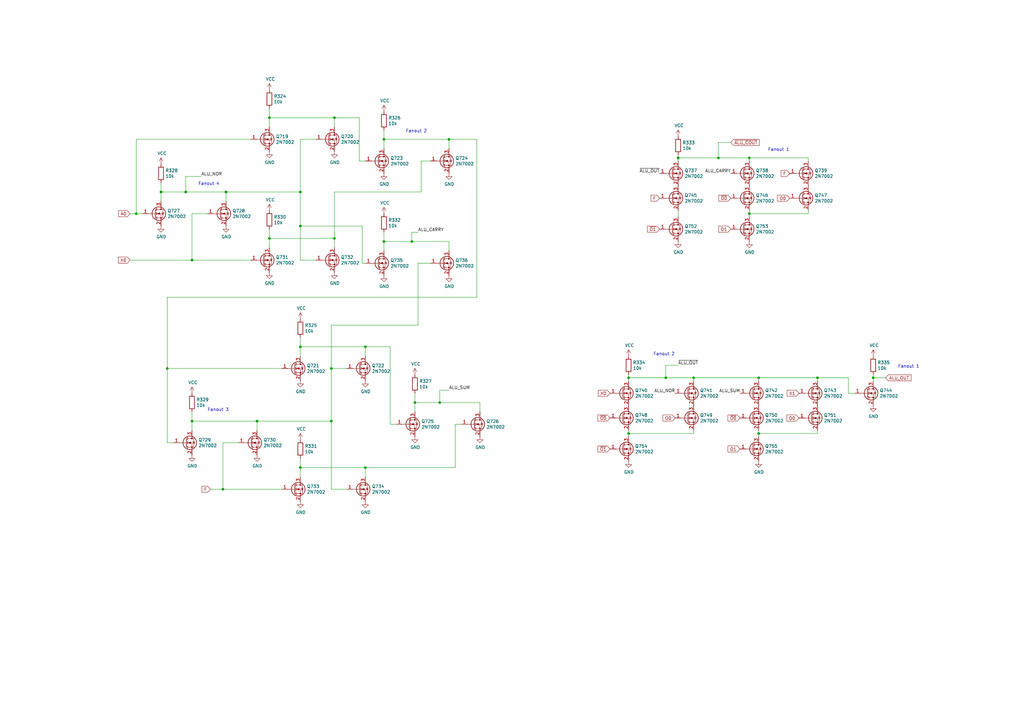
<source format=kicad_sch>
(kicad_sch (version 20230121) (generator eeschema)
  (paper "A3")
  (title_block (title "Q2 Computer") (date "2022-04-16") (rev "4c") (company "joewing.net"))
  (lib_symbols
    (symbol "Device:R" (pin_numbers hide) (pin_names (offset 0))
      (property "Reference" "R" (at 2.032 0 90))
      (property "Value" "R" (at 0 0 90))
      (symbol "R_0_1"
        (rectangle (start -1.016 -2.54) (end 1.016 2.54) (stroke (width 0.254)))
      )
      (symbol "R_1_1"
        (pin passive line (at 0 3.81 270) (length 1.27) (name "~") (number "1"))
        (pin passive line (at 0 -3.81 90) (length 1.27) (name "~") (number "2"))
      )
    )
    (symbol "Transistor_FET:2N7002" (pin_names hide)
      (property "Reference" "Q" (at 5.08 1.905 0))
      (property "Value" "2N7002" (at 5.08 0 0))
      (symbol "2N7002_0_1"
        (polyline (pts (xy 0.254 0) (xy -2.54 0)))
        (polyline (pts (xy 0.254 1.905) (xy 0.254 -1.905)) (stroke (width 0.254)))
        (polyline (pts (xy 0.762 -1.27) (xy 0.762 -2.286)) (stroke (width 0.254)))
        (polyline (pts (xy 0.762 0.508) (xy 0.762 -0.508)) (stroke (width 0.254)))
        (polyline (pts (xy 0.762 2.286) (xy 0.762 1.27)) (stroke (width 0.254)))
        (polyline (pts (xy 2.54 2.54) (xy 2.54 1.778)))
        (polyline (pts (xy 2.54 -2.54) (xy 2.54 0) (xy 0.762 0)))
        (polyline (pts (xy 0.762 -1.778) (xy 3.302 -1.778) (xy 3.302 1.778) (xy 0.762 1.778)))
        (polyline (pts (xy 1.016 0) (xy 2.032 0.381) (xy 2.032 -0.381) (xy 1.016 0)) (fill (type outline)))
        (polyline (pts (xy 2.794 0.508) (xy 2.921 0.381) (xy 3.683 0.381) (xy 3.81 0.254)))
        (polyline (pts (xy 3.302 0.381) (xy 2.921 -0.254) (xy 3.683 -0.254) (xy 3.302 0.381)))
        (circle (center 1.651 0) (radius 2.794) (stroke (width 0.254)))
        (circle (center 2.54 -1.778) (radius 0.254) (fill (type outline)))
        (circle (center 2.54 1.778) (radius 0.254) (fill (type outline)))
      )
      (symbol "2N7002_1_1"
        (pin input line (at -5.08 0 0) (length 2.54) (name "G") (number "1"))
        (pin passive line (at 2.54 -5.08 90) (length 2.54) (name "S") (number "2"))
        (pin passive line (at 2.54 5.08 270) (length 2.54) (name "D") (number "3"))
      )
    )
    (symbol "power:GND" (power) (pin_names (offset 0))
      (property "Value" "GND" (at 0 -3.81 0))
      (symbol "GND_0_1"
        (polyline (pts (xy 0 0) (xy 0 -1.27) (xy 1.27 -1.27) (xy 0 -2.54) (xy -1.27 -1.27) (xy 0 -1.27)))
      )
      (symbol "GND_1_1"
        (pin power_in line (at 0 0 270) (length 0) hide (name "GND") (number "1"))
      )
    )
    (symbol "power:VCC" (power) (pin_names (offset 0))
      (property "Value" "VCC" (at 0 3.81 0))
      (symbol "VCC_0_1"
        (polyline (pts (xy -0.762 1.27) (xy 0 2.54)))
        (polyline (pts (xy 0 0) (xy 0 2.54)))
        (polyline (pts (xy 0 2.54) (xy 0.762 1.27)))
      )
      (symbol "VCC_1_1"
        (pin power_in line (at 0 0 90) (length 0) hide (name "VCC") (number "1"))
      )
    )
  )
  (junction (at 149.86 142.24))
  (junction (at 135.89 172.72))
  (junction (at 68.58 151.13))
  (junction (at 311.15 154.94))
  (junction (at 149.86 191.77))
  (junction (at 66.04 78.74))
  (junction (at 257.81 177.8))
  (junction (at 110.49 48.26))
  (junction (at 157.48 57.15))
  (junction (at 168.91 99.06))
  (junction (at 294.64 64.77))
  (junction (at 307.34 87.63))
  (junction (at 358.14 154.94))
  (junction (at 78.74 172.72))
  (junction (at 157.48 99.06))
  (junction (at 307.34 64.77))
  (junction (at 105.41 172.72))
  (junction (at 92.71 78.74))
  (junction (at 76.2 78.74))
  (junction (at 123.19 142.24))
  (junction (at 123.19 92.71))
  (junction (at 273.05 154.94))
  (junction (at 135.89 151.13))
  (junction (at 137.16 48.26))
  (junction (at 170.18 165.1))
  (junction (at 184.15 57.15))
  (junction (at 91.44 200.66))
  (junction (at 78.74 106.68))
  (junction (at 123.19 78.74))
  (junction (at 278.13 64.77))
  (junction (at 123.19 191.77))
  (junction (at 284.48 154.94))
  (junction (at 257.81 154.94))
  (junction (at 311.15 177.8))
  (junction (at 180.34 165.1))
  (junction (at 335.28 154.94))
  (junction (at 55.88 87.63))
  (junction (at 110.49 97.79))
  (junction (at 137.16 97.79))
  (wire (pts (xy 110.49 52.07) (xy 110.49 48.26)))
  (wire (pts (xy 55.88 87.63) (xy 58.42 87.63)))
  (wire (pts (xy 123.19 92.71) (xy 123.19 106.68)))
  (wire (pts (xy 68.58 121.92) (xy 195.58 121.92)))
  (wire (pts (xy 78.74 87.63) (xy 85.09 87.63)))
  (wire (pts (xy 78.74 176.53) (xy 78.74 172.72)))
  (wire (pts (xy 311.15 177.8) (xy 335.28 177.8)))
  (wire (pts (xy 294.64 64.77) (xy 307.34 64.77)))
  (wire (pts (xy 278.13 64.77) (xy 278.13 66.04)))
  (wire (pts (xy 331.47 87.63) (xy 331.47 86.36)))
  (wire (pts (xy 311.15 154.94) (xy 311.15 156.21)))
  (wire (pts (xy 168.91 95.25) (xy 168.91 99.06)))
  (wire (pts (xy 184.15 57.15) (xy 184.15 60.96)))
  (wire (pts (xy 135.89 151.13) (xy 135.89 172.72)))
  (wire (pts (xy 294.64 58.42) (xy 294.64 64.77)))
  (wire (pts (xy 170.18 161.29) (xy 170.18 165.1)))
  (wire (pts (xy 78.74 168.91) (xy 78.74 172.72)))
  (wire (pts (xy 123.19 187.96) (xy 123.19 191.77)))
  (wire (pts (xy 53.34 87.63) (xy 55.88 87.63)))
  (wire (pts (xy 299.72 58.42) (xy 294.64 58.42)))
  (wire (pts (xy 160.02 173.99) (xy 162.56 173.99)))
  (wire (pts (xy 335.28 177.8) (xy 335.28 176.53)))
  (wire (pts (xy 273.05 149.86) (xy 273.05 154.94)))
  (wire (pts (xy 123.19 142.24) (xy 149.86 142.24)))
  (wire (pts (xy 78.74 87.63) (xy 78.74 106.68)))
  (wire (pts (xy 91.44 200.66) (xy 115.57 200.66)))
  (wire (pts (xy 147.32 66.04) (xy 149.86 66.04)))
  (wire (pts (xy 137.16 97.79) (xy 137.16 101.6)))
  (wire (pts (xy 257.81 154.94) (xy 257.81 156.21)))
  (wire (pts (xy 335.28 154.94) (xy 335.28 156.21)))
  (wire (pts (xy 68.58 151.13) (xy 68.58 181.61)))
  (wire (pts (xy 66.04 74.93) (xy 66.04 78.74)))
  (wire (pts (xy 86.36 200.66) (xy 91.44 200.66)))
  (wire (pts (xy 284.48 177.8) (xy 284.48 176.53)))
  (wire (pts (xy 135.89 200.66) (xy 142.24 200.66)))
  (wire (pts (xy 123.19 195.58) (xy 123.19 191.77)))
  (wire (pts (xy 123.19 57.15) (xy 123.19 78.74)))
  (wire (pts (xy 157.48 95.25) (xy 157.48 99.06)))
  (wire (pts (xy 347.98 161.29) (xy 350.52 161.29)))
  (wire (pts (xy 105.41 172.72) (xy 105.41 176.53)))
  (wire (pts (xy 137.16 78.74) (xy 137.16 97.79)))
  (wire (pts (xy 347.98 154.94) (xy 347.98 161.29)))
  (wire (pts (xy 257.81 153.67) (xy 257.81 154.94)))
  (wire (pts (xy 110.49 44.45) (xy 110.49 48.26)))
  (wire (pts (xy 66.04 82.55) (xy 66.04 78.74)))
  (wire (pts (xy 137.16 48.26) (xy 137.16 52.07)))
  (wire (pts (xy 123.19 57.15) (xy 129.54 57.15)))
  (wire (pts (xy 55.88 57.15) (xy 55.88 87.63)))
  (wire (pts (xy 157.48 57.15) (xy 184.15 57.15)))
  (wire (pts (xy 186.69 173.99) (xy 186.69 191.77)))
  (wire (pts (xy 186.69 173.99) (xy 189.23 173.99)))
  (wire (pts (xy 331.47 64.77) (xy 331.47 66.04)))
  (wire (pts (xy 196.85 165.1) (xy 196.85 168.91)))
  (wire (pts (xy 91.44 181.61) (xy 91.44 200.66)))
  (wire (pts (xy 311.15 177.8) (xy 311.15 179.07)))
  (wire (pts (xy 123.19 78.74) (xy 123.19 92.71)))
  (wire (pts (xy 110.49 93.98) (xy 110.49 97.79)))
  (wire (pts (xy 135.89 133.35) (xy 171.45 133.35)))
  (wire (pts (xy 123.19 138.43) (xy 123.19 142.24)))
  (wire (pts (xy 149.86 191.77) (xy 186.69 191.77)))
  (wire (pts (xy 160.02 173.99) (xy 160.02 142.24)))
  (wire (pts (xy 92.71 78.74) (xy 123.19 78.74)))
  (wire (pts (xy 184.15 57.15) (xy 195.58 57.15)))
  (wire (pts (xy 311.15 176.53) (xy 311.15 177.8)))
  (wire (pts (xy 284.48 154.94) (xy 311.15 154.94)))
  (wire (pts (xy 157.48 99.06) (xy 168.91 99.06)))
  (wire (pts (xy 358.14 153.67) (xy 358.14 154.94)))
  (wire (pts (xy 68.58 151.13) (xy 115.57 151.13)))
  (wire (pts (xy 184.15 99.06) (xy 184.15 102.87)))
  (wire (pts (xy 149.86 191.77) (xy 149.86 195.58)))
  (wire (pts (xy 278.13 64.77) (xy 294.64 64.77)))
  (wire (pts (xy 358.14 154.94) (xy 358.14 156.21)))
  (wire (pts (xy 278.13 63.5) (xy 278.13 64.77)))
  (wire (pts (xy 123.19 191.77) (xy 149.86 191.77)))
  (wire (pts (xy 170.18 165.1) (xy 180.34 165.1)))
  (wire (pts (xy 78.74 106.68) (xy 102.87 106.68)))
  (wire (pts (xy 307.34 64.77) (xy 307.34 66.04)))
  (wire (pts (xy 78.74 106.68) (xy 53.34 106.68)))
  (wire (pts (xy 307.34 87.63) (xy 307.34 88.9)))
  (wire (pts (xy 284.48 156.21) (xy 284.48 154.94)))
  (wire (pts (xy 307.34 86.36) (xy 307.34 87.63)))
  (wire (pts (xy 68.58 121.92) (xy 68.58 151.13)))
  (wire (pts (xy 176.53 66.04) (xy 172.72 66.04)))
  (wire (pts (xy 171.45 107.95) (xy 171.45 133.35)))
  (wire (pts (xy 172.72 78.74) (xy 137.16 78.74)))
  (wire (pts (xy 135.89 200.66) (xy 135.89 172.72)))
  (wire (pts (xy 76.2 78.74) (xy 92.71 78.74)))
  (wire (pts (xy 172.72 66.04) (xy 172.72 78.74)))
  (wire (pts (xy 168.91 99.06) (xy 184.15 99.06)))
  (wire (pts (xy 278.13 149.86) (xy 273.05 149.86)))
  (wire (pts (xy 307.34 87.63) (xy 331.47 87.63)))
  (wire (pts (xy 66.04 78.74) (xy 76.2 78.74)))
  (wire (pts (xy 82.55 72.39) (xy 76.2 72.39)))
  (wire (pts (xy 91.44 181.61) (xy 97.79 181.61)))
  (wire (pts (xy 147.32 48.26) (xy 137.16 48.26)))
  (wire (pts (xy 160.02 142.24) (xy 149.86 142.24)))
  (wire (pts (xy 335.28 154.94) (xy 347.98 154.94)))
  (wire (pts (xy 76.2 72.39) (xy 76.2 78.74)))
  (wire (pts (xy 105.41 172.72) (xy 135.89 172.72)))
  (wire (pts (xy 68.58 181.61) (xy 71.12 181.61)))
  (wire (pts (xy 257.81 177.8) (xy 257.81 179.07)))
  (wire (pts (xy 180.34 165.1) (xy 196.85 165.1)))
  (wire (pts (xy 78.74 172.72) (xy 105.41 172.72)))
  (wire (pts (xy 148.59 92.71) (xy 148.59 107.95)))
  (wire (pts (xy 171.45 107.95) (xy 176.53 107.95)))
  (wire (pts (xy 123.19 146.05) (xy 123.19 142.24)))
  (wire (pts (xy 195.58 57.15) (xy 195.58 121.92)))
  (wire (pts (xy 257.81 176.53) (xy 257.81 177.8)))
  (wire (pts (xy 257.81 177.8) (xy 284.48 177.8)))
  (wire (pts (xy 284.48 154.94) (xy 273.05 154.94)))
  (wire (pts (xy 110.49 101.6) (xy 110.49 97.79)))
  (wire (pts (xy 135.89 151.13) (xy 135.89 133.35)))
  (wire (pts (xy 135.89 151.13) (xy 142.24 151.13)))
  (wire (pts (xy 157.48 53.34) (xy 157.48 57.15)))
  (wire (pts (xy 278.13 86.36) (xy 278.13 88.9)))
  (wire (pts (xy 170.18 168.91) (xy 170.18 165.1)))
  (wire (pts (xy 273.05 154.94) (xy 257.81 154.94)))
  (wire (pts (xy 123.19 106.68) (xy 129.54 106.68)))
  (wire (pts (xy 123.19 92.71) (xy 148.59 92.71)))
  (wire (pts (xy 110.49 48.26) (xy 137.16 48.26)))
  (wire (pts (xy 184.15 160.02) (xy 180.34 160.02)))
  (wire (pts (xy 311.15 154.94) (xy 335.28 154.94)))
  (wire (pts (xy 92.71 78.74) (xy 92.71 82.55)))
  (wire (pts (xy 157.48 102.87) (xy 157.48 99.06)))
  (wire (pts (xy 110.49 97.79) (xy 137.16 97.79)))
  (wire (pts (xy 180.34 160.02) (xy 180.34 165.1)))
  (wire (pts (xy 147.32 66.04) (xy 147.32 48.26)))
  (wire (pts (xy 149.86 142.24) (xy 149.86 146.05)))
  (wire (pts (xy 148.59 107.95) (xy 149.86 107.95)))
  (wire (pts (xy 55.88 57.15) (xy 102.87 57.15)))
  (wire (pts (xy 157.48 60.96) (xy 157.48 57.15)))
  (wire (pts (xy 171.45 95.25) (xy 168.91 95.25)))
  (wire (pts (xy 363.22 154.94) (xy 358.14 154.94)))
  (wire (pts (xy 307.34 64.77) (xy 331.47 64.77)))
  (text "Fanout 2" (at 166.37 54.61 0) (effects (font (size 1.27 1.27)) (justify left bottom)))
  (text "Fanout 1" (at 368.3 151.13 0) (effects (font (size 1.27 1.27)) (justify left bottom)))
  (text "Fanout 1" (at 314.96 62.23 0) (effects (font (size 1.27 1.27)) (justify left bottom)))
  (text "Fanout 3" (at 85.09 168.91 0) (effects (font (size 1.27 1.27)) (justify left bottom)))
  (text "Fanout 2" (at 267.97 146.05 0) (effects (font (size 1.27 1.27)) (justify left bottom)))
  (text "Fanout 4" (at 81.28 76.2 0) (effects (font (size 1.27 1.27)) (justify left bottom)))
  (label "ALU_SUM" (at 303.53 161.29 180))
  (label "ALU_CARRY" (at 299.72 71.12 180))
  (label "ALU_CARRY" (at 171.45 95.25 0))
  (label "~{ALU_OUT}" (at 270.51 71.12 180))
  (label "~{ALU_OUT}" (at 278.13 149.86 0))
  (label "ALU_NOR" (at 82.55 72.39 0))
  (label "ALU_NOR" (at 276.86 161.29 180))
  (label "ALU_SUM" (at 184.15 160.02 0))
  (global_label "~{O0}" (shape input) (at 250.19 171.45 180) (property "Intersheetrefs" "${INTERSHEET_REFS}" (effects hide)))
  (global_label "~{O1}" (shape input) (at 250.19 184.15 180) (property "Intersheetrefs" "${INTERSHEET_REFS}" (effects hide)))
  (global_label "ALU_OUT" (shape input) (at 363.22 154.94 0) (property "Intersheetrefs" "${INTERSHEET_REFS}" (effects hide)))
  (global_label "O1" (shape input) (at 303.53 184.15 180) (property "Intersheetrefs" "${INTERSHEET_REFS}" (effects hide)))
  (global_label "O0" (shape input) (at 327.66 171.45 180) (property "Intersheetrefs" "${INTERSHEET_REFS}" (effects hide)))
  (global_label "~{O1}" (shape input) (at 270.51 93.98 180) (property "Intersheetrefs" "${INTERSHEET_REFS}" (effects hide)))
  (global_label "O1" (shape input) (at 299.72 93.98 180) (property "Intersheetrefs" "${INTERSHEET_REFS}" (effects hide)))
  (global_label "F" (shape input) (at 323.85 71.12 180) (property "Intersheetrefs" "${INTERSHEET_REFS}" (effects hide)))
  (global_label "~{O0}" (shape input) (at 299.72 81.28 180) (property "Intersheetrefs" "${INTERSHEET_REFS}" (effects hide)))
  (global_label "~{O0}" (shape input) (at 303.53 171.45 180) (property "Intersheetrefs" "${INTERSHEET_REFS}" (effects hide)))
  (global_label "X1" (shape input) (at 327.66 161.29 180) (property "Intersheetrefs" "${INTERSHEET_REFS}" (effects hide)))
  (global_label "O0" (shape input) (at 323.85 81.28 180) (property "Intersheetrefs" "${INTERSHEET_REFS}" (effects hide)))
  (global_label "F" (shape input) (at 86.36 200.66 180) (property "Intersheetrefs" "${INTERSHEET_REFS}" (effects hide)))
  (global_label "X0" (shape input) (at 53.34 106.68 180) (property "Intersheetrefs" "${INTERSHEET_REFS}" (effects hide)))
  (global_label "F" (shape input) (at 270.51 81.28 180) (property "Intersheetrefs" "${INTERSHEET_REFS}" (effects hide)))
  (global_label "O0" (shape input) (at 276.86 171.45 180) (property "Intersheetrefs" "${INTERSHEET_REFS}" (effects hide)))
  (global_label "~{ALU_COUT}" (shape input) (at 299.72 58.42 0) (property "Intersheetrefs" "${INTERSHEET_REFS}" (effects hide)))
  (global_label "A0" (shape input) (at 53.34 87.63 180) (property "Intersheetrefs" "${INTERSHEET_REFS}" (effects hide)))
  (global_label "X0" (shape input) (at 250.19 161.29 180) (property "Intersheetrefs" "${INTERSHEET_REFS}" (effects hide)))
  (symbol (lib_id "Transistor_FET:2N7002") (at 107.95 57.15 0) (unit 1)
    (property "Reference" "Q719" (at 113.1316 55.9816 0) (effects (justify left)))
    (property "Value" "2N7002" (at 113.1316 58.293 0) (effects (justify left)))
    (property "Footprint" "Package_TO_SOT_SMD:SOT-23" (effects hide))
    (property "LCSC" "C181083" (effects hide))
    (property "Manufacturer" "Guangdong Hottech" (effects hide))
    (property "Part Number" "2N7002" (effects hide))
    (property "Package" "SOT-23" (effects hide))
    (property "Type" "SMD" (effects hide))
  )
  (symbol (lib_id "Transistor_FET:2N7002") (at 134.62 57.15 0) (unit 1)
    (property "Reference" "Q720" (at 139.8016 55.9816 0) (effects (justify left)))
    (property "Value" "2N7002" (at 139.8016 58.293 0) (effects (justify left)))
    (property "Footprint" "Package_TO_SOT_SMD:SOT-23" (effects hide))
    (property "LCSC" "C181083" (effects hide))
    (property "Manufacturer" "Guangdong Hottech" (effects hide))
    (property "Part Number" "2N7002" (effects hide))
    (property "Package" "SOT-23" (effects hide))
    (property "Type" "SMD" (effects hide))
  )
  (symbol (lib_id "Transistor_FET:2N7002") (at 63.5 87.63 0) (unit 1)
    (property "Reference" "Q727" (at 68.6816 86.4616 0) (effects (justify left)))
    (property "Value" "2N7002" (at 68.6816 88.773 0) (effects (justify left)))
    (property "Footprint" "Package_TO_SOT_SMD:SOT-23" (effects hide))
    (property "LCSC" "C181083" (effects hide))
    (property "Manufacturer" "Guangdong Hottech" (effects hide))
    (property "Part Number" "2N7002" (effects hide))
    (property "Package" "SOT-23" (effects hide))
    (property "Type" "SMD" (effects hide))
  )
  (symbol (lib_id "Transistor_FET:2N7002") (at 90.17 87.63 0) (unit 1)
    (property "Reference" "Q728" (at 95.3516 86.4616 0) (effects (justify left)))
    (property "Value" "2N7002" (at 95.3516 88.773 0) (effects (justify left)))
    (property "Footprint" "Package_TO_SOT_SMD:SOT-23" (effects hide))
    (property "LCSC" "C181083" (effects hide))
    (property "Manufacturer" "Guangdong Hottech" (effects hide))
    (property "Part Number" "2N7002" (effects hide))
    (property "Package" "SOT-23" (effects hide))
    (property "Type" "SMD" (effects hide))
  )
  (symbol (lib_id "Transistor_FET:2N7002") (at 107.95 106.68 0) (unit 1)
    (property "Reference" "Q731" (at 113.1316 105.5116 0) (effects (justify left)))
    (property "Value" "2N7002" (at 113.1316 107.823 0) (effects (justify left)))
    (property "Footprint" "Package_TO_SOT_SMD:SOT-23" (effects hide))
    (property "LCSC" "C181083" (effects hide))
    (property "Manufacturer" "Guangdong Hottech" (effects hide))
    (property "Part Number" "2N7002" (effects hide))
    (property "Package" "SOT-23" (effects hide))
    (property "Type" "SMD" (effects hide))
  )
  (symbol (lib_id "Transistor_FET:2N7002") (at 134.62 106.68 0) (unit 1)
    (property "Reference" "Q732" (at 139.8016 105.5116 0) (effects (justify left)))
    (property "Value" "2N7002" (at 139.8016 107.823 0) (effects (justify left)))
    (property "Footprint" "Package_TO_SOT_SMD:SOT-23" (effects hide))
    (property "LCSC" "C181083" (effects hide))
    (property "Manufacturer" "Guangdong Hottech" (effects hide))
    (property "Part Number" "2N7002" (effects hide))
    (property "Package" "SOT-23" (effects hide))
    (property "Type" "SMD" (effects hide))
  )
  (symbol (lib_id "Transistor_FET:2N7002") (at 154.94 66.04 0) (unit 1)
    (property "Reference" "Q723" (at 160.1216 64.8716 0) (effects (justify left)))
    (property "Value" "2N7002" (at 160.1216 67.183 0) (effects (justify left)))
    (property "Footprint" "Package_TO_SOT_SMD:SOT-23" (effects hide))
    (property "LCSC" "C181083" (effects hide))
    (property "Manufacturer" "Guangdong Hottech" (effects hide))
    (property "Part Number" "2N7002" (effects hide))
    (property "Package" "SOT-23" (effects hide))
    (property "Type" "SMD" (effects hide))
  )
  (symbol (lib_id "Transistor_FET:2N7002") (at 181.61 66.04 0) (unit 1)
    (property "Reference" "Q724" (at 186.7916 64.8716 0) (effects (justify left)))
    (property "Value" "2N7002" (at 186.7916 67.183 0) (effects (justify left)))
    (property "Footprint" "Package_TO_SOT_SMD:SOT-23" (effects hide))
    (property "LCSC" "C181083" (effects hide))
    (property "Manufacturer" "Guangdong Hottech" (effects hide))
    (property "Part Number" "2N7002" (effects hide))
    (property "Package" "SOT-23" (effects hide))
    (property "Type" "SMD" (effects hide))
  )
  (symbol (lib_id "Transistor_FET:2N7002") (at 154.94 107.95 0) (unit 1)
    (property "Reference" "Q735" (at 160.1216 106.7816 0) (effects (justify left)))
    (property "Value" "2N7002" (at 160.1216 109.093 0) (effects (justify left)))
    (property "Footprint" "Package_TO_SOT_SMD:SOT-23" (effects hide))
    (property "LCSC" "C181083" (effects hide))
    (property "Manufacturer" "Guangdong Hottech" (effects hide))
    (property "Part Number" "2N7002" (effects hide))
    (property "Package" "SOT-23" (effects hide))
    (property "Type" "SMD" (effects hide))
  )
  (symbol (lib_id "Transistor_FET:2N7002") (at 181.61 107.95 0) (unit 1)
    (property "Reference" "Q736" (at 186.7916 106.7816 0) (effects (justify left)))
    (property "Value" "2N7002" (at 186.7916 109.093 0) (effects (justify left)))
    (property "Footprint" "Package_TO_SOT_SMD:SOT-23" (effects hide))
    (property "LCSC" "C181083" (effects hide))
    (property "Manufacturer" "Guangdong Hottech" (effects hide))
    (property "Part Number" "2N7002" (effects hide))
    (property "Package" "SOT-23" (effects hide))
    (property "Type" "SMD" (effects hide))
  )
  (symbol (lib_id "Transistor_FET:2N7002") (at 76.2 181.61 0) (unit 1)
    (property "Reference" "Q729" (at 81.3816 180.4416 0) (effects (justify left)))
    (property "Value" "2N7002" (at 81.3816 182.753 0) (effects (justify left)))
    (property "Footprint" "Package_TO_SOT_SMD:SOT-23" (effects hide))
    (property "LCSC" "C181083" (effects hide))
    (property "Manufacturer" "Guangdong Hottech" (effects hide))
    (property "Part Number" "2N7002" (effects hide))
    (property "Package" "SOT-23" (effects hide))
    (property "Type" "SMD" (effects hide))
  )
  (symbol (lib_id "Transistor_FET:2N7002") (at 102.87 181.61 0) (unit 1)
    (property "Reference" "Q730" (at 108.0516 180.4416 0) (effects (justify left)))
    (property "Value" "2N7002" (at 108.0516 182.753 0) (effects (justify left)))
    (property "Footprint" "Package_TO_SOT_SMD:SOT-23" (effects hide))
    (property "LCSC" "C181083" (effects hide))
    (property "Manufacturer" "Guangdong Hottech" (effects hide))
    (property "Part Number" "2N7002" (effects hide))
    (property "Package" "SOT-23" (effects hide))
    (property "Type" "SMD" (effects hide))
  )
  (symbol (lib_id "Transistor_FET:2N7002") (at 120.65 200.66 0) (unit 1)
    (property "Reference" "Q733" (at 125.8316 199.4916 0) (effects (justify left)))
    (property "Value" "2N7002" (at 125.8316 201.803 0) (effects (justify left)))
    (property "Footprint" "Package_TO_SOT_SMD:SOT-23" (effects hide))
    (property "LCSC" "C181083" (effects hide))
    (property "Manufacturer" "Guangdong Hottech" (effects hide))
    (property "Part Number" "2N7002" (effects hide))
    (property "Package" "SOT-23" (effects hide))
    (property "Type" "SMD" (effects hide))
  )
  (symbol (lib_id "Transistor_FET:2N7002") (at 147.32 200.66 0) (unit 1)
    (property "Reference" "Q734" (at 152.5016 199.4916 0) (effects (justify left)))
    (property "Value" "2N7002" (at 152.5016 201.803 0) (effects (justify left)))
    (property "Footprint" "Package_TO_SOT_SMD:SOT-23" (effects hide))
    (property "LCSC" "C181083" (effects hide))
    (property "Manufacturer" "Guangdong Hottech" (effects hide))
    (property "Part Number" "2N7002" (effects hide))
    (property "Package" "SOT-23" (effects hide))
    (property "Type" "SMD" (effects hide))
  )
  (symbol (lib_id "Transistor_FET:2N7002") (at 167.64 173.99 0) (unit 1)
    (property "Reference" "Q725" (at 172.8216 172.8216 0) (effects (justify left)))
    (property "Value" "2N7002" (at 172.8216 175.133 0) (effects (justify left)))
    (property "Footprint" "Package_TO_SOT_SMD:SOT-23" (effects hide))
    (property "LCSC" "C181083" (effects hide))
    (property "Manufacturer" "Guangdong Hottech" (effects hide))
    (property "Part Number" "2N7002" (effects hide))
    (property "Package" "SOT-23" (effects hide))
    (property "Type" "SMD" (effects hide))
  )
  (symbol (lib_id "Transistor_FET:2N7002") (at 194.31 173.99 0) (unit 1)
    (property "Reference" "Q726" (at 199.4916 172.8216 0) (effects (justify left)))
    (property "Value" "2N7002" (at 199.4916 175.133 0) (effects (justify left)))
    (property "Footprint" "Package_TO_SOT_SMD:SOT-23" (effects hide))
    (property "LCSC" "C181083" (effects hide))
    (property "Manufacturer" "Guangdong Hottech" (effects hide))
    (property "Part Number" "2N7002" (effects hide))
    (property "Package" "SOT-23" (effects hide))
    (property "Type" "SMD" (effects hide))
  )
  (symbol (lib_id "Transistor_FET:2N7002") (at 120.65 151.13 0) (unit 1)
    (property "Reference" "Q721" (at 125.8316 149.9616 0) (effects (justify left)))
    (property "Value" "2N7002" (at 125.8316 152.273 0) (effects (justify left)))
    (property "Footprint" "Package_TO_SOT_SMD:SOT-23" (effects hide))
    (property "LCSC" "C181083" (effects hide))
    (property "Manufacturer" "Guangdong Hottech" (effects hide))
    (property "Part Number" "2N7002" (effects hide))
    (property "Package" "SOT-23" (effects hide))
    (property "Type" "SMD" (effects hide))
  )
  (symbol (lib_id "Transistor_FET:2N7002") (at 147.32 151.13 0) (unit 1)
    (property "Reference" "Q722" (at 152.5016 149.9616 0) (effects (justify left)))
    (property "Value" "2N7002" (at 152.5016 152.273 0) (effects (justify left)))
    (property "Footprint" "Package_TO_SOT_SMD:SOT-23" (effects hide))
    (property "LCSC" "C181083" (effects hide))
    (property "Manufacturer" "Guangdong Hottech" (effects hide))
    (property "Part Number" "2N7002" (effects hide))
    (property "Package" "SOT-23" (effects hide))
    (property "Type" "SMD" (effects hide))
  )
  (symbol (lib_id "Transistor_FET:2N7002") (at 255.27 171.45 0) (unit 1)
    (property "Reference" "Q748" (at 260.4516 170.2816 0) (effects (justify left)))
    (property "Value" "2N7002" (at 260.4516 172.593 0) (effects (justify left)))
    (property "Footprint" "Package_TO_SOT_SMD:SOT-23" (effects hide))
    (property "LCSC" "C181083" (effects hide))
    (property "Manufacturer" "Guangdong Hottech" (effects hide))
    (property "Part Number" "2N7002" (effects hide))
    (property "Package" "SOT-23" (effects hide))
    (property "Type" "SMD" (effects hide))
  )
  (symbol (lib_id "Transistor_FET:2N7002") (at 255.27 184.15 0) (unit 1)
    (property "Reference" "Q754" (at 260.4516 182.9816 0) (effects (justify left)))
    (property "Value" "2N7002" (at 260.4516 185.293 0) (effects (justify left)))
    (property "Footprint" "Package_TO_SOT_SMD:SOT-23" (effects hide))
    (property "LCSC" "C181083" (effects hide))
    (property "Manufacturer" "Guangdong Hottech" (effects hide))
    (property "Part Number" "2N7002" (effects hide))
    (property "Package" "SOT-23" (effects hide))
    (property "Type" "SMD" (effects hide))
  )
  (symbol (lib_id "Transistor_FET:2N7002") (at 281.94 171.45 0) (unit 1)
    (property "Reference" "Q749" (at 287.1216 170.2816 0) (effects (justify left)))
    (property "Value" "2N7002" (at 287.1216 172.593 0) (effects (justify left)))
    (property "Footprint" "Package_TO_SOT_SMD:SOT-23" (effects hide))
    (property "LCSC" "C181083" (effects hide))
    (property "Manufacturer" "Guangdong Hottech" (effects hide))
    (property "Part Number" "2N7002" (effects hide))
    (property "Package" "SOT-23" (effects hide))
    (property "Type" "SMD" (effects hide))
  )
  (symbol (lib_id "power:GND") (at 257.81 189.23 0) (unit 1)
    (property "Reference" "#PWR0634" (effects hide))
    (property "Value" "GND" (at 257.937 193.6242 0))
  )
  (symbol (lib_id "Transistor_FET:2N7002") (at 255.27 161.29 0) (unit 1)
    (property "Reference" "Q740" (at 260.4516 160.1216 0) (effects (justify left)))
    (property "Value" "2N7002" (at 260.4516 162.433 0) (effects (justify left)))
    (property "Footprint" "Package_TO_SOT_SMD:SOT-23" (effects hide))
    (property "LCSC" "C181083" (effects hide))
    (property "Manufacturer" "Guangdong Hottech" (effects hide))
    (property "Part Number" "2N7002" (effects hide))
    (property "Package" "SOT-23" (effects hide))
    (property "Type" "SMD" (effects hide))
  )
  (symbol (lib_id "Transistor_FET:2N7002") (at 308.61 184.15 0) (unit 1)
    (property "Reference" "Q755" (at 313.7916 182.9816 0) (effects (justify left)))
    (property "Value" "2N7002" (at 313.7916 185.293 0) (effects (justify left)))
    (property "Footprint" "Package_TO_SOT_SMD:SOT-23" (effects hide))
    (property "LCSC" "C181083" (effects hide))
    (property "Manufacturer" "Guangdong Hottech" (effects hide))
    (property "Part Number" "2N7002" (effects hide))
    (property "Package" "SOT-23" (effects hide))
    (property "Type" "SMD" (effects hide))
  )
  (symbol (lib_id "power:GND") (at 311.15 189.23 0) (unit 1)
    (property "Reference" "#PWR0635" (effects hide))
    (property "Value" "GND" (at 311.277 193.6242 0))
  )
  (symbol (lib_id "Transistor_FET:2N7002") (at 281.94 161.29 0) (unit 1)
    (property "Reference" "Q741" (at 287.1216 160.1216 0) (effects (justify left)))
    (property "Value" "2N7002" (at 287.1216 162.433 0) (effects (justify left)))
    (property "Footprint" "Package_TO_SOT_SMD:SOT-23" (effects hide))
    (property "LCSC" "C181083" (effects hide))
    (property "Manufacturer" "Guangdong Hottech" (effects hide))
    (property "Part Number" "2N7002" (effects hide))
    (property "Package" "SOT-23" (effects hide))
    (property "Type" "SMD" (effects hide))
  )
  (symbol (lib_id "Transistor_FET:2N7002") (at 308.61 161.29 0) (unit 1)
    (property "Reference" "Q742" (at 313.7916 160.1216 0) (effects (justify left)))
    (property "Value" "2N7002" (at 313.7916 162.433 0) (effects (justify left)))
    (property "Footprint" "Package_TO_SOT_SMD:SOT-23" (effects hide))
    (property "LCSC" "C181083" (effects hide))
    (property "Manufacturer" "Guangdong Hottech" (effects hide))
    (property "Part Number" "2N7002" (effects hide))
    (property "Package" "SOT-23" (effects hide))
    (property "Type" "SMD" (effects hide))
  )
  (symbol (lib_id "Transistor_FET:2N7002") (at 308.61 171.45 0) (unit 1)
    (property "Reference" "Q750" (at 313.7916 170.2816 0) (effects (justify left)))
    (property "Value" "2N7002" (at 313.7916 172.593 0) (effects (justify left)))
    (property "Footprint" "Package_TO_SOT_SMD:SOT-23" (effects hide))
    (property "LCSC" "C181083" (effects hide))
    (property "Manufacturer" "Guangdong Hottech" (effects hide))
    (property "Part Number" "2N7002" (effects hide))
    (property "Package" "SOT-23" (effects hide))
    (property "Type" "SMD" (effects hide))
  )
  (symbol (lib_id "Transistor_FET:2N7002") (at 332.74 161.29 0) (unit 1)
    (property "Reference" "Q743" (at 337.9216 160.1216 0) (effects (justify left)))
    (property "Value" "2N7002" (at 337.9216 162.433 0) (effects (justify left)))
    (property "Footprint" "Package_TO_SOT_SMD:SOT-23" (effects hide))
    (property "LCSC" "C181083" (effects hide))
    (property "Manufacturer" "Guangdong Hottech" (effects hide))
    (property "Part Number" "2N7002" (effects hide))
    (property "Package" "SOT-23" (effects hide))
    (property "Type" "SMD" (effects hide))
  )
  (symbol (lib_id "Transistor_FET:2N7002") (at 332.74 171.45 0) (unit 1)
    (property "Reference" "Q751" (at 337.9216 170.2816 0) (effects (justify left)))
    (property "Value" "2N7002" (at 337.9216 172.593 0) (effects (justify left)))
    (property "Footprint" "Package_TO_SOT_SMD:SOT-23" (effects hide))
    (property "LCSC" "C181083" (effects hide))
    (property "Manufacturer" "Guangdong Hottech" (effects hide))
    (property "Part Number" "2N7002" (effects hide))
    (property "Package" "SOT-23" (effects hide))
    (property "Type" "SMD" (effects hide))
  )
  (symbol (lib_id "Transistor_FET:2N7002") (at 355.6 161.29 0) (unit 1)
    (property "Reference" "Q744" (at 360.7816 160.1216 0) (effects (justify left)))
    (property "Value" "2N7002" (at 360.7816 162.433 0) (effects (justify left)))
    (property "Footprint" "Package_TO_SOT_SMD:SOT-23" (effects hide))
    (property "LCSC" "C181083" (effects hide))
    (property "Manufacturer" "Guangdong Hottech" (effects hide))
    (property "Part Number" "2N7002" (effects hide))
    (property "Package" "SOT-23" (effects hide))
    (property "Type" "SMD" (effects hide))
  )
  (symbol (lib_id "power:GND") (at 358.14 166.37 0) (unit 1)
    (property "Reference" "#PWR0631" (effects hide))
    (property "Value" "GND" (at 358.267 170.7642 0))
  )
  (symbol (lib_id "Device:R") (at 358.14 149.86 0) (unit 1)
    (property "Reference" "R335" (at 359.918 148.6916 0) (effects (justify left)))
    (property "Value" "10k" (at 359.918 151.003 0) (effects (justify left)))
    (property "Footprint" "Resistor_SMD:R_0603_1608Metric" (effects hide))
    (property "LCSC" "C25804" (effects hide))
    (property "Manufacturer" "UNI-ROYAL(Uniroyal Elec)" (effects hide))
    (property "Part Number" "0603WAF1002T5E" (effects hide))
    (property "Package" "0603" (effects hide))
    (property "Type" "SMD" (effects hide))
  )
  (symbol (lib_id "power:VCC") (at 358.14 146.05 0) (unit 1)
    (property "Reference" "#PWR0630" (effects hide))
    (property "Value" "VCC" (at 358.521 141.6558 0))
  )
  (symbol (lib_id "Transistor_FET:2N7002") (at 275.59 93.98 0) (unit 1)
    (property "Reference" "Q752" (at 280.7716 92.8116 0) (effects (justify left)))
    (property "Value" "2N7002" (at 280.7716 95.123 0) (effects (justify left)))
    (property "Footprint" "Package_TO_SOT_SMD:SOT-23" (effects hide))
    (property "LCSC" "C181083" (effects hide))
    (property "Manufacturer" "Guangdong Hottech" (effects hide))
    (property "Part Number" "2N7002" (effects hide))
    (property "Package" "SOT-23" (effects hide))
    (property "Type" "SMD" (effects hide))
  )
  (symbol (lib_id "power:GND") (at 278.13 99.06 0) (unit 1)
    (property "Reference" "#PWR0632" (effects hide))
    (property "Value" "GND" (at 278.257 103.4542 0))
  )
  (symbol (lib_id "Transistor_FET:2N7002") (at 275.59 81.28 0) (unit 1)
    (property "Reference" "Q745" (at 280.7716 80.1116 0) (effects (justify left)))
    (property "Value" "2N7002" (at 280.7716 82.423 0) (effects (justify left)))
    (property "Footprint" "Package_TO_SOT_SMD:SOT-23" (effects hide))
    (property "LCSC" "C181083" (effects hide))
    (property "Manufacturer" "Guangdong Hottech" (effects hide))
    (property "Part Number" "2N7002" (effects hide))
    (property "Package" "SOT-23" (effects hide))
    (property "Type" "SMD" (effects hide))
  )
  (symbol (lib_id "Transistor_FET:2N7002") (at 275.59 71.12 0) (unit 1)
    (property "Reference" "Q737" (at 280.7716 69.9516 0) (effects (justify left)))
    (property "Value" "2N7002" (at 280.7716 72.263 0) (effects (justify left)))
    (property "Footprint" "Package_TO_SOT_SMD:SOT-23" (effects hide))
    (property "LCSC" "C181083" (effects hide))
    (property "Manufacturer" "Guangdong Hottech" (effects hide))
    (property "Part Number" "2N7002" (effects hide))
    (property "Package" "SOT-23" (effects hide))
    (property "Type" "SMD" (effects hide))
  )
  (symbol (lib_id "Device:R") (at 278.13 59.69 0) (unit 1)
    (property "Reference" "R333" (at 279.908 58.5216 0) (effects (justify left)))
    (property "Value" "10k" (at 279.908 60.833 0) (effects (justify left)))
    (property "Footprint" "Resistor_SMD:R_0603_1608Metric" (effects hide))
    (property "LCSC" "C25804" (effects hide))
    (property "Manufacturer" "UNI-ROYAL(Uniroyal Elec)" (effects hide))
    (property "Part Number" "0603WAF1002T5E" (effects hide))
    (property "Package" "0603" (effects hide))
    (property "Type" "SMD" (effects hide))
  )
  (symbol (lib_id "power:VCC") (at 278.13 55.88 0) (unit 1)
    (property "Reference" "#PWR0628" (effects hide))
    (property "Value" "VCC" (at 278.511 51.4858 0))
  )
  (symbol (lib_id "Transistor_FET:2N7002") (at 304.8 93.98 0) (unit 1)
    (property "Reference" "Q753" (at 309.9816 92.8116 0) (effects (justify left)))
    (property "Value" "2N7002" (at 309.9816 95.123 0) (effects (justify left)))
    (property "Footprint" "Package_TO_SOT_SMD:SOT-23" (effects hide))
    (property "LCSC" "C181083" (effects hide))
    (property "Manufacturer" "Guangdong Hottech" (effects hide))
    (property "Part Number" "2N7002" (effects hide))
    (property "Package" "SOT-23" (effects hide))
    (property "Type" "SMD" (effects hide))
  )
  (symbol (lib_id "power:GND") (at 307.34 99.06 0) (unit 1)
    (property "Reference" "#PWR0633" (effects hide))
    (property "Value" "GND" (at 307.467 103.4542 0))
  )
  (symbol (lib_id "Transistor_FET:2N7002") (at 304.8 81.28 0) (unit 1)
    (property "Reference" "Q746" (at 309.9816 80.1116 0) (effects (justify left)))
    (property "Value" "2N7002" (at 309.9816 82.423 0) (effects (justify left)))
    (property "Footprint" "Package_TO_SOT_SMD:SOT-23" (effects hide))
    (property "LCSC" "C181083" (effects hide))
    (property "Manufacturer" "Guangdong Hottech" (effects hide))
    (property "Part Number" "2N7002" (effects hide))
    (property "Package" "SOT-23" (effects hide))
    (property "Type" "SMD" (effects hide))
  )
  (symbol (lib_id "Transistor_FET:2N7002") (at 304.8 71.12 0) (unit 1)
    (property "Reference" "Q738" (at 309.9816 69.9516 0) (effects (justify left)))
    (property "Value" "2N7002" (at 309.9816 72.263 0) (effects (justify left)))
    (property "Footprint" "Package_TO_SOT_SMD:SOT-23" (effects hide))
    (property "LCSC" "C181083" (effects hide))
    (property "Manufacturer" "Guangdong Hottech" (effects hide))
    (property "Part Number" "2N7002" (effects hide))
    (property "Package" "SOT-23" (effects hide))
    (property "Type" "SMD" (effects hide))
  )
  (symbol (lib_id "Transistor_FET:2N7002") (at 328.93 81.28 0) (unit 1)
    (property "Reference" "Q747" (at 334.1116 80.1116 0) (effects (justify left)))
    (property "Value" "2N7002" (at 334.1116 82.423 0) (effects (justify left)))
    (property "Footprint" "Package_TO_SOT_SMD:SOT-23" (effects hide))
    (property "LCSC" "C181083" (effects hide))
    (property "Manufacturer" "Guangdong Hottech" (effects hide))
    (property "Part Number" "2N7002" (effects hide))
    (property "Package" "SOT-23" (effects hide))
    (property "Type" "SMD" (effects hide))
  )
  (symbol (lib_id "Transistor_FET:2N7002") (at 328.93 71.12 0) (unit 1)
    (property "Reference" "Q739" (at 334.1116 69.9516 0) (effects (justify left)))
    (property "Value" "2N7002" (at 334.1116 72.263 0) (effects (justify left)))
    (property "Footprint" "Package_TO_SOT_SMD:SOT-23" (effects hide))
    (property "LCSC" "C181083" (effects hide))
    (property "Manufacturer" "Guangdong Hottech" (effects hide))
    (property "Part Number" "2N7002" (effects hide))
    (property "Package" "SOT-23" (effects hide))
    (property "Type" "SMD" (effects hide))
  )
  (symbol (lib_id "power:GND") (at 66.04 92.71 0) (unit 1)
    (property "Reference" "#PWR0617" (effects hide))
    (property "Value" "GND" (at 66.167 97.1042 0))
  )
  (symbol (lib_id "power:GND") (at 92.71 92.71 0) (unit 1)
    (property "Reference" "#PWR0618" (effects hide))
    (property "Value" "GND" (at 92.837 97.1042 0))
  )
  (symbol (lib_id "Device:R") (at 66.04 71.12 0) (unit 1)
    (property "Reference" "R328" (at 67.818 69.9516 0) (effects (justify left)))
    (property "Value" "10k" (at 67.818 72.263 0) (effects (justify left)))
    (property "Footprint" "Resistor_SMD:R_0603_1608Metric" (effects hide))
    (property "LCSC" "C25804" (effects hide))
    (property "Manufacturer" "UNI-ROYAL(Uniroyal Elec)" (effects hide))
    (property "Part Number" "0603WAF1002T5E" (effects hide))
    (property "Package" "0603" (effects hide))
    (property "Type" "SMD" (effects hide))
  )
  (symbol (lib_id "power:VCC") (at 66.04 67.31 0) (unit 1)
    (property "Reference" "#PWR0609" (effects hide))
    (property "Value" "VCC" (at 66.421 62.9158 0))
  )
  (symbol (lib_id "power:GND") (at 110.49 62.23 0) (unit 1)
    (property "Reference" "#PWR0605" (effects hide))
    (property "Value" "GND" (at 110.617 66.6242 0))
  )
  (symbol (lib_id "power:GND") (at 137.16 62.23 0) (unit 1)
    (property "Reference" "#PWR0606" (effects hide))
    (property "Value" "GND" (at 137.287 66.6242 0))
  )
  (symbol (lib_id "Device:R") (at 110.49 40.64 0) (unit 1)
    (property "Reference" "R324" (at 112.268 39.4716 0) (effects (justify left)))
    (property "Value" "10k" (at 112.268 41.783 0) (effects (justify left)))
    (property "Footprint" "Resistor_SMD:R_0603_1608Metric" (effects hide))
    (property "LCSC" "C25804" (effects hide))
    (property "Manufacturer" "UNI-ROYAL(Uniroyal Elec)" (effects hide))
    (property "Part Number" "0603WAF1002T5E" (effects hide))
    (property "Package" "0603" (effects hide))
    (property "Type" "SMD" (effects hide))
  )
  (symbol (lib_id "power:VCC") (at 110.49 36.83 0) (unit 1)
    (property "Reference" "#PWR0601" (effects hide))
    (property "Value" "VCC" (at 110.871 32.4358 0))
  )
  (symbol (lib_id "power:GND") (at 110.49 111.76 0) (unit 1)
    (property "Reference" "#PWR0622" (effects hide))
    (property "Value" "GND" (at 110.617 116.1542 0))
  )
  (symbol (lib_id "power:GND") (at 137.16 111.76 0) (unit 1)
    (property "Reference" "#PWR0623" (effects hide))
    (property "Value" "GND" (at 137.287 116.1542 0))
  )
  (symbol (lib_id "Device:R") (at 110.49 90.17 0) (unit 1)
    (property "Reference" "R330" (at 112.268 89.0016 0) (effects (justify left)))
    (property "Value" "10k" (at 112.268 91.313 0) (effects (justify left)))
    (property "Footprint" "Resistor_SMD:R_0603_1608Metric" (effects hide))
    (property "LCSC" "C25804" (effects hide))
    (property "Manufacturer" "UNI-ROYAL(Uniroyal Elec)" (effects hide))
    (property "Part Number" "0603WAF1002T5E" (effects hide))
    (property "Package" "0603" (effects hide))
    (property "Type" "SMD" (effects hide))
  )
  (symbol (lib_id "power:VCC") (at 110.49 86.36 0) (unit 1)
    (property "Reference" "#PWR0615" (effects hide))
    (property "Value" "VCC" (at 110.871 81.9658 0))
  )
  (symbol (lib_id "power:GND") (at 157.48 71.12 0) (unit 1)
    (property "Reference" "#PWR0611" (effects hide))
    (property "Value" "GND" (at 157.607 75.5142 0))
  )
  (symbol (lib_id "power:GND") (at 184.15 71.12 0) (unit 1)
    (property "Reference" "#PWR0612" (effects hide))
    (property "Value" "GND" (at 184.277 75.5142 0))
  )
  (symbol (lib_id "Device:R") (at 157.48 49.53 0) (unit 1)
    (property "Reference" "R326" (at 159.258 48.3616 0) (effects (justify left)))
    (property "Value" "10k" (at 159.258 50.673 0) (effects (justify left)))
    (property "Footprint" "Resistor_SMD:R_0603_1608Metric" (effects hide))
    (property "LCSC" "C25804" (effects hide))
    (property "Manufacturer" "UNI-ROYAL(Uniroyal Elec)" (effects hide))
    (property "Part Number" "0603WAF1002T5E" (effects hide))
    (property "Package" "0603" (effects hide))
    (property "Type" "SMD" (effects hide))
  )
  (symbol (lib_id "power:VCC") (at 157.48 45.72 0) (unit 1)
    (property "Reference" "#PWR0603" (effects hide))
    (property "Value" "VCC" (at 157.861 41.3258 0))
  )
  (symbol (lib_id "power:GND") (at 78.74 186.69 0) (unit 1)
    (property "Reference" "#PWR0619" (effects hide))
    (property "Value" "GND" (at 78.867 191.0842 0))
  )
  (symbol (lib_id "power:GND") (at 105.41 186.69 0) (unit 1)
    (property "Reference" "#PWR0620" (effects hide))
    (property "Value" "GND" (at 105.537 191.0842 0))
  )
  (symbol (lib_id "Device:R") (at 78.74 165.1 0) (unit 1)
    (property "Reference" "R329" (at 80.518 163.9316 0) (effects (justify left)))
    (property "Value" "10k" (at 80.518 166.243 0) (effects (justify left)))
    (property "Footprint" "Resistor_SMD:R_0603_1608Metric" (effects hide))
    (property "LCSC" "C25804" (effects hide))
    (property "Manufacturer" "UNI-ROYAL(Uniroyal Elec)" (effects hide))
    (property "Part Number" "0603WAF1002T5E" (effects hide))
    (property "Package" "0603" (effects hide))
    (property "Type" "SMD" (effects hide))
  )
  (symbol (lib_id "power:VCC") (at 78.74 161.29 0) (unit 1)
    (property "Reference" "#PWR0610" (effects hide))
    (property "Value" "VCC" (at 79.121 156.8958 0))
  )
  (symbol (lib_id "power:GND") (at 123.19 156.21 0) (unit 1)
    (property "Reference" "#PWR0607" (effects hide))
    (property "Value" "GND" (at 123.317 160.6042 0))
  )
  (symbol (lib_id "power:GND") (at 149.86 156.21 0) (unit 1)
    (property "Reference" "#PWR0608" (effects hide))
    (property "Value" "GND" (at 149.987 160.6042 0))
  )
  (symbol (lib_id "Device:R") (at 123.19 134.62 0) (unit 1)
    (property "Reference" "R325" (at 124.968 133.4516 0) (effects (justify left)))
    (property "Value" "10k" (at 124.968 135.763 0) (effects (justify left)))
    (property "Footprint" "Resistor_SMD:R_0603_1608Metric" (effects hide))
    (property "LCSC" "C25804" (effects hide))
    (property "Manufacturer" "UNI-ROYAL(Uniroyal Elec)" (effects hide))
    (property "Part Number" "0603WAF1002T5E" (effects hide))
    (property "Package" "0603" (effects hide))
    (property "Type" "SMD" (effects hide))
  )
  (symbol (lib_id "power:VCC") (at 123.19 130.81 0) (unit 1)
    (property "Reference" "#PWR0602" (effects hide))
    (property "Value" "VCC" (at 123.571 126.4158 0))
  )
  (symbol (lib_id "power:GND") (at 123.19 205.74 0) (unit 1)
    (property "Reference" "#PWR0624" (effects hide))
    (property "Value" "GND" (at 123.317 210.1342 0))
  )
  (symbol (lib_id "power:GND") (at 149.86 205.74 0) (unit 1)
    (property "Reference" "#PWR0625" (effects hide))
    (property "Value" "GND" (at 149.987 210.1342 0))
  )
  (symbol (lib_id "Device:R") (at 123.19 184.15 0) (unit 1)
    (property "Reference" "R331" (at 124.968 182.9816 0) (effects (justify left)))
    (property "Value" "10k" (at 124.968 185.293 0) (effects (justify left)))
    (property "Footprint" "Resistor_SMD:R_0603_1608Metric" (effects hide))
    (property "LCSC" "C25804" (effects hide))
    (property "Manufacturer" "UNI-ROYAL(Uniroyal Elec)" (effects hide))
    (property "Part Number" "0603WAF1002T5E" (effects hide))
    (property "Package" "0603" (effects hide))
    (property "Type" "SMD" (effects hide))
  )
  (symbol (lib_id "power:VCC") (at 123.19 180.34 0) (unit 1)
    (property "Reference" "#PWR0616" (effects hide))
    (property "Value" "VCC" (at 123.571 175.9458 0))
  )
  (symbol (lib_id "power:GND") (at 170.18 179.07 0) (unit 1)
    (property "Reference" "#PWR0613" (effects hide))
    (property "Value" "GND" (at 170.307 183.4642 0))
  )
  (symbol (lib_id "power:GND") (at 196.85 179.07 0) (unit 1)
    (property "Reference" "#PWR0614" (effects hide))
    (property "Value" "GND" (at 196.977 183.4642 0))
  )
  (symbol (lib_id "Device:R") (at 170.18 157.48 0) (unit 1)
    (property "Reference" "R327" (at 171.958 156.3116 0) (effects (justify left)))
    (property "Value" "10k" (at 171.958 158.623 0) (effects (justify left)))
    (property "Footprint" "Resistor_SMD:R_0603_1608Metric" (effects hide))
    (property "LCSC" "C25804" (effects hide))
    (property "Manufacturer" "UNI-ROYAL(Uniroyal Elec)" (effects hide))
    (property "Part Number" "0603WAF1002T5E" (effects hide))
    (property "Package" "0603" (effects hide))
    (property "Type" "SMD" (effects hide))
  )
  (symbol (lib_id "power:VCC") (at 170.18 153.67 0) (unit 1)
    (property "Reference" "#PWR0604" (effects hide))
    (property "Value" "VCC" (at 170.561 149.2758 0))
  )
  (symbol (lib_id "power:GND") (at 157.48 113.03 0) (unit 1)
    (property "Reference" "#PWR0626" (effects hide))
    (property "Value" "GND" (at 157.607 117.4242 0))
  )
  (symbol (lib_id "power:GND") (at 184.15 113.03 0) (unit 1)
    (property "Reference" "#PWR0627" (effects hide))
    (property "Value" "GND" (at 184.277 117.4242 0))
  )
  (symbol (lib_id "Device:R") (at 157.48 91.44 0) (unit 1)
    (property "Reference" "R332" (at 159.258 90.2716 0) (effects (justify left)))
    (property "Value" "10k" (at 159.258 92.583 0) (effects (justify left)))
    (property "Footprint" "Resistor_SMD:R_0603_1608Metric" (effects hide))
    (property "LCSC" "C25804" (effects hide))
    (property "Manufacturer" "UNI-ROYAL(Uniroyal Elec)" (effects hide))
    (property "Part Number" "0603WAF1002T5E" (effects hide))
    (property "Package" "0603" (effects hide))
    (property "Type" "SMD" (effects hide))
  )
  (symbol (lib_id "power:VCC") (at 157.48 87.63 0) (unit 1)
    (property "Reference" "#PWR0621" (effects hide))
    (property "Value" "VCC" (at 157.861 83.2358 0))
  )
  (symbol (lib_id "Device:R") (at 257.81 149.86 0) (unit 1)
    (property "Reference" "R334" (at 259.588 148.6916 0) (effects (justify left)))
    (property "Value" "10k" (at 259.588 151.003 0) (effects (justify left)))
    (property "Footprint" "Resistor_SMD:R_0603_1608Metric" (effects hide))
    (property "LCSC" "C25804" (effects hide))
    (property "Manufacturer" "UNI-ROYAL(Uniroyal Elec)" (effects hide))
    (property "Part Number" "0603WAF1002T5E" (effects hide))
    (property "Package" "0603" (effects hide))
    (property "Type" "SMD" (effects hide))
  )
  (symbol (lib_id "power:VCC") (at 257.81 146.05 0) (unit 1)
    (property "Reference" "#PWR0629" (effects hide))
    (property "Value" "VCC" (at 258.191 141.6558 0))
  )
)
</source>
